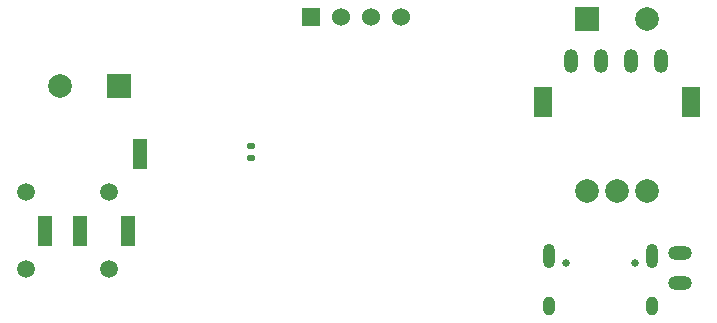
<source format=gbr>
%TF.GenerationSoftware,KiCad,Pcbnew,(6.0.2)*%
%TF.CreationDate,2022-03-18T21:37:06+08:00*%
%TF.ProjectId,Morse_code_PCB,4d6f7273-655f-4636-9f64-655f5043422e,rev?*%
%TF.SameCoordinates,Original*%
%TF.FileFunction,Soldermask,Bot*%
%TF.FilePolarity,Negative*%
%FSLAX46Y46*%
G04 Gerber Fmt 4.6, Leading zero omitted, Abs format (unit mm)*
G04 Created by KiCad (PCBNEW (6.0.2)) date 2022-03-18 21:37:06*
%MOMM*%
%LPD*%
G01*
G04 APERTURE LIST*
G04 Aperture macros list*
%AMRoundRect*
0 Rectangle with rounded corners*
0 $1 Rounding radius*
0 $2 $3 $4 $5 $6 $7 $8 $9 X,Y pos of 4 corners*
0 Add a 4 corners polygon primitive as box body*
4,1,4,$2,$3,$4,$5,$6,$7,$8,$9,$2,$3,0*
0 Add four circle primitives for the rounded corners*
1,1,$1+$1,$2,$3*
1,1,$1+$1,$4,$5*
1,1,$1+$1,$6,$7*
1,1,$1+$1,$8,$9*
0 Add four rect primitives between the rounded corners*
20,1,$1+$1,$2,$3,$4,$5,0*
20,1,$1+$1,$4,$5,$6,$7,0*
20,1,$1+$1,$6,$7,$8,$9,0*
20,1,$1+$1,$8,$9,$2,$3,0*%
G04 Aperture macros list end*
%ADD10R,2.000000X2.000000*%
%ADD11C,2.000000*%
%ADD12O,2.000000X1.200000*%
%ADD13R,1.500000X2.500000*%
%ADD14R,1.524000X1.524000*%
%ADD15C,1.524000*%
%ADD16C,0.650000*%
%ADD17O,1.000000X2.100000*%
%ADD18O,1.000000X1.600000*%
%ADD19C,1.500000*%
%ADD20RoundRect,0.135000X0.185000X-0.135000X0.185000X0.135000X-0.185000X0.135000X-0.185000X-0.135000X0*%
%ADD21O,1.200000X2.000000*%
%ADD22R,1.200000X2.500000*%
G04 APERTURE END LIST*
D10*
%TO.C,BZ1*%
X80070785Y-139800000D03*
D11*
X75070785Y-139800000D03*
%TD*%
D12*
%TO.C,J4*%
X127560000Y-156500000D03*
X127560000Y-153960000D03*
%TD*%
D13*
%TO.C,SW1*%
X115950000Y-141150000D03*
X128450000Y-141150000D03*
D11*
X119700000Y-148650000D03*
X124700000Y-148650000D03*
X122200000Y-148650000D03*
D10*
X119700000Y-134150000D03*
D11*
X124700000Y-134150000D03*
%TD*%
D14*
%TO.C,U2*%
X96295000Y-133995000D03*
D15*
X98835000Y-133995000D03*
X101375000Y-133995000D03*
X103915000Y-133995000D03*
%TD*%
D16*
%TO.C,J1*%
X123690000Y-154760000D03*
X117910000Y-154760000D03*
D17*
X116480000Y-154230000D03*
X125120000Y-154230000D03*
D18*
X125120000Y-158410000D03*
X116480000Y-158410000D03*
%TD*%
D19*
%TO.C,J3*%
X72155000Y-155300000D03*
X79155000Y-155300000D03*
%TD*%
D20*
%TO.C,R15*%
X91200000Y-145860000D03*
X91200000Y-144840000D03*
%TD*%
D21*
%TO.C,J5*%
X118290000Y-137700000D03*
X120830000Y-137700000D03*
X123370000Y-137700000D03*
X125910000Y-137700000D03*
%TD*%
D19*
%TO.C,J2*%
X72155000Y-148800000D03*
X79155000Y-148800000D03*
D22*
X76755000Y-152050000D03*
X73755000Y-152050000D03*
X81855000Y-145550000D03*
X80755000Y-152050000D03*
%TD*%
M02*

</source>
